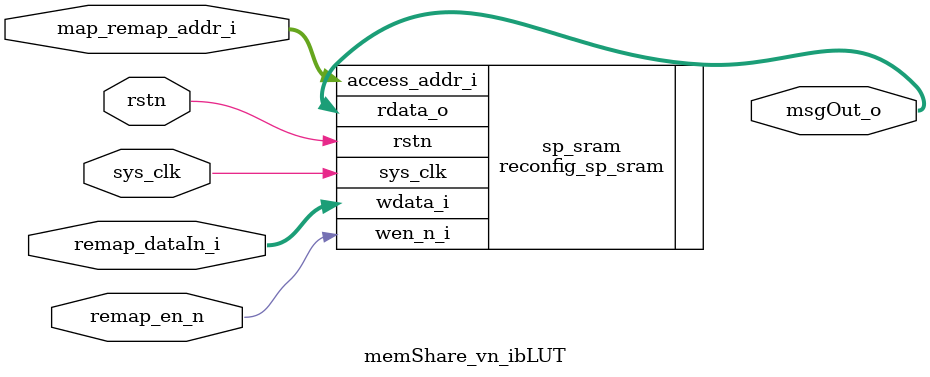
<source format=sv>


// # Resource utilisation:
// Xilinx:
//  6-input logic LUT: 
//  6-input LUTRAM:
//  FF: 
// ----------------------------------------------------------------------------------------
//  # History
//  Date            Revision    Description                 Editor
//  24.March.2023   v0.01       First created               Bo-Yu Tseng
// ----------------------------------------------------------------------------------------

module memShare_vn_ibLUT #(
    parameter ADDR_WIDTH = 6,
    parameter VN_LOAD_CYCLE = 64,
    parameter MSG_WIDTH = 4,
    parameter SHARE_GROUP = 1 // 1: GP1, 2: GP2
)(
    output logic [MSG_WIDTH-1:0] msgOut_o, // IB-LUT mapping resut

    input logic [MSG_WIDTH-1:0] remap_dataIn_i, // Input of the IB-LUT remapping data
    input logic [ADDR_WIDTH-1:0] map_remap_addr_i, // Common address port for IB-LUT mapping and remapping
    input logic remap_en_n, // active LOW
    input logic sys_clk, // Common clock for IB-RAM read and write
    input logic rstn // active LOW
);

reconfig_sp_sram # (
    .ADDR_BITWIDTH(ADDR_WIDTH),
    .PAGE_SIZE(MSG_WIDTH),
    .PAGE_NUM(VN_LOAD_CYCLE),
    .ASYNC_RD_EN(1)
) sp_sram (
    .rdata_o(msgOut_o[MSG_WIDTH-1:0]),
    .wdata_i(remap_dataIn_i[MSG_WIDTH-1:0]),
    .access_addr_i(map_remap_addr_i[ADDR_WIDTH-1:0]),
    .wen_n_i(remap_en_n),
    .sys_clk(sys_clk),
    .rstn(rstn)
);
endmodule

</source>
